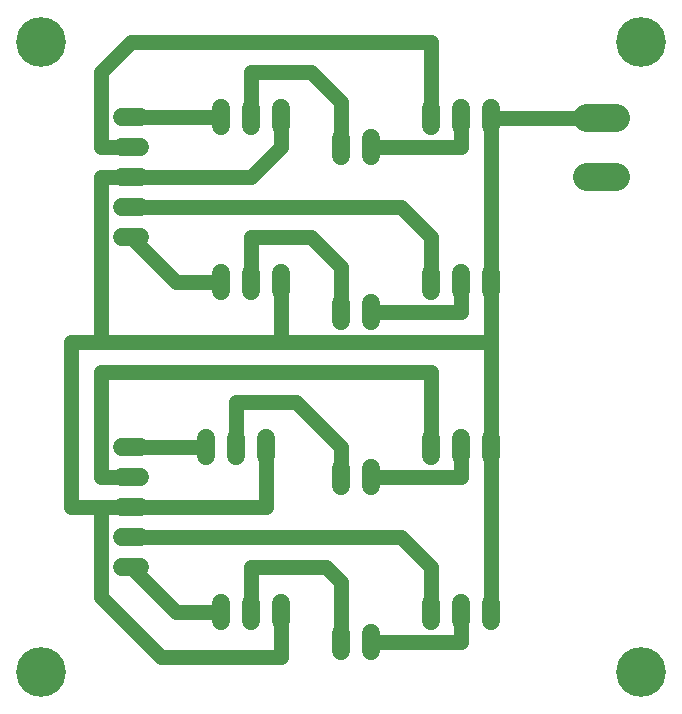
<source format=gbr>
G04 EAGLE Gerber RS-274X export*
G75*
%MOMM*%
%FSLAX34Y34*%
%LPD*%
%INBottom Copper*%
%IPPOS*%
%AMOC8*
5,1,8,0,0,1.08239X$1,22.5*%
G01*
%ADD10C,2.380000*%
%ADD11C,1.524000*%
%ADD12C,1.270000*%
%ADD13C,4.216000*%


D10*
X587900Y660000D02*
X564100Y660000D01*
X564100Y610000D02*
X587900Y610000D01*
D11*
X355600Y627380D02*
X355600Y642620D01*
X381000Y642620D02*
X381000Y627380D01*
X355600Y502920D02*
X355600Y487680D01*
X381000Y487680D02*
X381000Y502920D01*
X355600Y363220D02*
X355600Y347980D01*
X381000Y347980D02*
X381000Y363220D01*
X185420Y660400D02*
X170180Y660400D01*
X170180Y635000D02*
X185420Y635000D01*
X185420Y609600D02*
X170180Y609600D01*
X170180Y584200D02*
X185420Y584200D01*
X185420Y558800D02*
X170180Y558800D01*
X170180Y381000D02*
X185420Y381000D01*
X185420Y355600D02*
X170180Y355600D01*
X170180Y330200D02*
X185420Y330200D01*
X185420Y304800D02*
X170180Y304800D01*
X170180Y279400D02*
X185420Y279400D01*
X254000Y652780D02*
X254000Y668020D01*
X279400Y668020D02*
X279400Y652780D01*
X304800Y652780D02*
X304800Y668020D01*
X431800Y668020D02*
X431800Y652780D01*
X457200Y652780D02*
X457200Y668020D01*
X482600Y668020D02*
X482600Y652780D01*
X254000Y528320D02*
X254000Y513080D01*
X279400Y513080D02*
X279400Y528320D01*
X304800Y528320D02*
X304800Y513080D01*
X431800Y513080D02*
X431800Y528320D01*
X457200Y528320D02*
X457200Y513080D01*
X482600Y513080D02*
X482600Y528320D01*
X241300Y388620D02*
X241300Y373380D01*
X266700Y373380D02*
X266700Y388620D01*
X292100Y388620D02*
X292100Y373380D01*
X431800Y373380D02*
X431800Y388620D01*
X457200Y388620D02*
X457200Y373380D01*
X482600Y373380D02*
X482600Y388620D01*
X254000Y248920D02*
X254000Y233680D01*
X279400Y233680D02*
X279400Y248920D01*
X304800Y248920D02*
X304800Y233680D01*
X431800Y233680D02*
X431800Y248920D01*
X457200Y248920D02*
X457200Y233680D01*
X482600Y233680D02*
X482600Y248920D01*
X355600Y223520D02*
X355600Y208280D01*
X381000Y208280D02*
X381000Y223520D01*
D12*
X254000Y660400D02*
X177800Y660400D01*
X355600Y673100D02*
X355600Y635000D01*
X279400Y660400D02*
X279400Y698500D01*
X330200Y698500D01*
X355600Y673100D01*
X457200Y660400D02*
X457200Y635000D01*
X381000Y635000D01*
X254000Y520700D02*
X215900Y520700D01*
X177800Y558800D01*
X431800Y558800D02*
X431800Y520700D01*
X431800Y558800D02*
X406400Y584200D01*
X177800Y584200D01*
X279400Y558800D02*
X279400Y520700D01*
X330200Y558800D02*
X355600Y533400D01*
X355600Y495300D01*
X330200Y558800D02*
X279400Y558800D01*
X457200Y520700D02*
X457200Y495300D01*
X381000Y495300D01*
X431800Y660400D02*
X431800Y723900D01*
X177800Y635000D02*
X152400Y635000D01*
X177800Y723900D02*
X431800Y723900D01*
X177800Y723900D02*
X152400Y698500D01*
X152400Y635000D01*
X177800Y381000D02*
X241300Y381000D01*
X266700Y381000D02*
X266700Y419100D01*
X355600Y381000D02*
X355600Y355600D01*
X317500Y419100D02*
X266700Y419100D01*
X317500Y419100D02*
X355600Y381000D01*
X483000Y660000D02*
X576000Y660000D01*
X483000Y660000D02*
X482600Y660400D01*
X482600Y520700D01*
X304800Y520700D02*
X304800Y469900D01*
X152400Y469900D02*
X152400Y609600D01*
X177800Y609600D01*
X482600Y520700D02*
X482600Y469900D01*
X482600Y381000D01*
X482600Y469900D02*
X304800Y469900D01*
X292100Y381000D02*
X292100Y330200D01*
X177800Y330200D01*
X482600Y381000D02*
X482600Y241300D01*
X304800Y241300D02*
X304800Y203200D01*
X127000Y330200D02*
X127000Y469900D01*
X152400Y330200D02*
X177800Y330200D01*
X152400Y330200D02*
X127000Y330200D01*
X152400Y469900D02*
X304800Y469900D01*
X304800Y635000D02*
X304800Y660400D01*
X279400Y609600D02*
X177800Y609600D01*
X279400Y609600D02*
X304800Y635000D01*
X152400Y469900D02*
X127000Y469900D01*
X203200Y203200D02*
X304800Y203200D01*
X203200Y203200D02*
X152400Y254000D01*
X152400Y330200D01*
X457200Y355600D02*
X457200Y381000D01*
X457200Y355600D02*
X381000Y355600D01*
X254000Y241300D02*
X215900Y241300D01*
X177800Y279400D01*
X431800Y279400D02*
X431800Y241300D01*
X431800Y279400D02*
X406400Y304800D01*
X177800Y304800D01*
X279400Y279400D02*
X279400Y241300D01*
X342900Y279400D02*
X355600Y266700D01*
X355600Y215900D01*
X342900Y279400D02*
X279400Y279400D01*
X457200Y241300D02*
X457200Y215900D01*
X381000Y215900D01*
X431800Y381000D02*
X431800Y444500D01*
X177800Y355600D02*
X152400Y355600D01*
X152400Y444500D02*
X431800Y444500D01*
X152400Y444500D02*
X152400Y355600D01*
D13*
X609600Y723900D03*
X609600Y190500D03*
X101600Y190500D03*
X101600Y723900D03*
M02*

</source>
